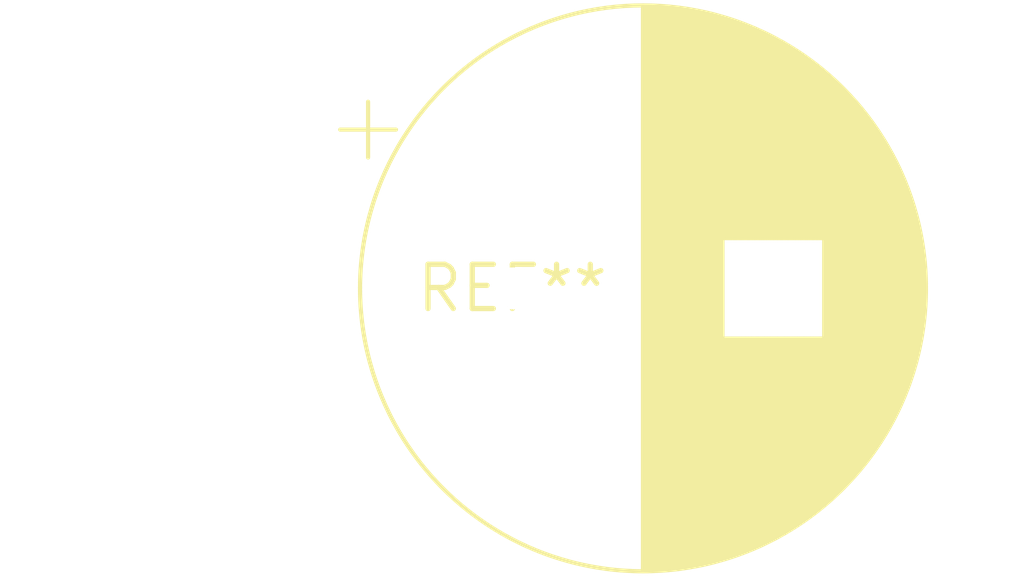
<source format=kicad_pcb>
(kicad_pcb (version 20240108) (generator pcbnew)
  (layers (0 "F.Cu" signal) (31 "B.Cu" signal) (34 "B.Paste" user) (35 "F.Paste" user) (36 "B.SilkS" user "B.Silkscreen") (37 "F.SilkS" user "F.Silkscreen") (38 "B.Mask" user) (39 "F.Mask" user) (44 "Edge.Cuts" user))
  (net 0 "")
  (footprint "CP_Radial_D16.0mm_P7.50mm" (layer "F.Cu") (at 0 0)
    (property "Reference" "REF**")
    (property "Value" "CP_Radial_D16.0mm_P7.50mm")
    (fp_line (start -4.939491 -4.555) (end -3.339491 -4.555) (layer "F.SilkS") (stroke (width 0.12)))
    (fp_line (start -4.139491 -5.355) (end -4.139491 -3.755) (layer "F.SilkS") (stroke (width 0.12)))
    (fp_line (start 3.75 -8.081) (end 3.75 8.081) (layer "F.SilkS") (stroke (width 0.12)))
    (fp_line (start 3.79 -8.08) (end 3.79 8.08) (layer "F.SilkS") (stroke (width 0.12)))
    (fp_line (start 3.83 -8.08) (end 3.83 8.08) (layer "F.SilkS") (stroke (width 0.12)))
    (fp_line (start 3.87 -8.08) (end 3.87 8.08) (layer "F.SilkS") (stroke (width 0.12)))
    (fp_line (start 3.91 -8.079) (end 3.91 8.079) (layer "F.SilkS") (stroke (width 0.12)))
    (fp_line (start 3.95 -8.078) (end 3.95 8.078) (layer "F.SilkS") (stroke (width 0.12)))
    (fp_line (start 3.99 -8.077) (end 3.99 8.077) (layer "F.SilkS") (stroke (width 0.12)))
    (fp_line (start 4.03 -8.076) (end 4.03 8.076) (layer "F.SilkS") (stroke (width 0.12)))
    (fp_line (start 4.07 -8.074) (end 4.07 8.074) (layer "F.SilkS") (stroke (width 0.12)))
    (fp_line (start 4.11 -8.073) (end 4.11 8.073) (layer "F.SilkS") (stroke (width 0.12)))
    (fp_line (start 4.15 -8.071) (end 4.15 8.071) (layer "F.SilkS") (stroke (width 0.12)))
    (fp_line (start 4.19 -8.069) (end 4.19 8.069) (layer "F.SilkS") (stroke (width 0.12)))
    (fp_line (start 4.23 -8.066) (end 4.23 8.066) (layer "F.SilkS") (stroke (width 0.12)))
    (fp_line (start 4.27 -8.064) (end 4.27 8.064) (layer "F.SilkS") (stroke (width 0.12)))
    (fp_line (start 4.31 -8.061) (end 4.31 8.061) (layer "F.SilkS") (stroke (width 0.12)))
    (fp_line (start 4.35 -8.058) (end 4.35 8.058) (layer "F.SilkS") (stroke (width 0.12)))
    (fp_line (start 4.39 -8.055) (end 4.39 8.055) (layer "F.SilkS") (stroke (width 0.12)))
    (fp_line (start 4.43 -8.052) (end 4.43 8.052) (layer "F.SilkS") (stroke (width 0.12)))
    (fp_line (start 4.471 -8.049) (end 4.471 8.049) (layer "F.SilkS") (stroke (width 0.12)))
    (fp_line (start 4.511 -8.045) (end 4.511 8.045) (layer "F.SilkS") (stroke (width 0.12)))
    (fp_line (start 4.551 -8.041) (end 4.551 8.041) (layer "F.SilkS") (stroke (width 0.12)))
    (fp_line (start 4.591 -8.037) (end 4.591 8.037) (layer "F.SilkS") (stroke (width 0.12)))
    (fp_line (start 4.631 -8.033) (end 4.631 8.033) (layer "F.SilkS") (stroke (width 0.12)))
    (fp_line (start 4.671 -8.028) (end 4.671 8.028) (layer "F.SilkS") (stroke (width 0.12)))
    (fp_line (start 4.711 -8.024) (end 4.711 8.024) (layer "F.SilkS") (stroke (width 0.12)))
    (fp_line (start 4.751 -8.019) (end 4.751 8.019) (layer "F.SilkS") (stroke (width 0.12)))
    (fp_line (start 4.791 -8.014) (end 4.791 8.014) (layer "F.SilkS") (stroke (width 0.12)))
    (fp_line (start 4.831 -8.008) (end 4.831 8.008) (layer "F.SilkS") (stroke (width 0.12)))
    (fp_line (start 4.871 -8.003) (end 4.871 8.003) (layer "F.SilkS") (stroke (width 0.12)))
    (fp_line (start 4.911 -7.997) (end 4.911 7.997) (layer "F.SilkS") (stroke (width 0.12)))
    (fp_line (start 4.951 -7.991) (end 4.951 7.991) (layer "F.SilkS") (stroke (width 0.12)))
    (fp_line (start 4.991 -7.985) (end 4.991 7.985) (layer "F.SilkS") (stroke (width 0.12)))
    (fp_line (start 5.031 -7.979) (end 5.031 7.979) (layer "F.SilkS") (stroke (width 0.12)))
    (fp_line (start 5.071 -7.972) (end 5.071 7.972) (layer "F.SilkS") (stroke (width 0.12)))
    (fp_line (start 5.111 -7.966) (end 5.111 7.966) (layer "F.SilkS") (stroke (width 0.12)))
    (fp_line (start 5.151 -7.959) (end 5.151 7.959) (layer "F.SilkS") (stroke (width 0.12)))
    (fp_line (start 5.191 -7.952) (end 5.191 7.952) (layer "F.SilkS") (stroke (width 0.12)))
    (fp_line (start 5.231 -7.944) (end 5.231 7.944) (layer "F.SilkS") (stroke (width 0.12)))
    (fp_line (start 5.271 -7.937) (end 5.271 7.937) (layer "F.SilkS") (stroke (width 0.12)))
    (fp_line (start 5.311 -7.929) (end 5.311 7.929) (layer "F.SilkS") (stroke (width 0.12)))
    (fp_line (start 5.351 -7.921) (end 5.351 7.921) (layer "F.SilkS") (stroke (width 0.12)))
    (fp_line (start 5.391 -7.913) (end 5.391 7.913) (layer "F.SilkS") (stroke (width 0.12)))
    (fp_line (start 5.431 -7.905) (end 5.431 7.905) (layer "F.SilkS") (stroke (width 0.12)))
    (fp_line (start 5.471 -7.896) (end 5.471 7.896) (layer "F.SilkS") (stroke (width 0.12)))
    (fp_line (start 5.511 -7.887) (end 5.511 7.887) (layer "F.SilkS") (stroke (width 0.12)))
    (fp_line (start 5.551 -7.878) (end 5.551 7.878) (layer "F.SilkS") (stroke (width 0.12)))
    (fp_line (start 5.591 -7.869) (end 5.591 7.869) (layer "F.SilkS") (stroke (width 0.12)))
    (fp_line (start 5.631 -7.86) (end 5.631 7.86) (layer "F.SilkS") (stroke (width 0.12)))
    (fp_line (start 5.671 -7.85) (end 5.671 7.85) (layer "F.SilkS") (stroke (width 0.12)))
    (fp_line (start 5.711 -7.84) (end 5.711 7.84) (layer "F.SilkS") (stroke (width 0.12)))
    (fp_line (start 5.751 -7.83) (end 5.751 7.83) (layer "F.SilkS") (stroke (width 0.12)))
    (fp_line (start 5.791 -7.82) (end 5.791 7.82) (layer "F.SilkS") (stroke (width 0.12)))
    (fp_line (start 5.831 -7.81) (end 5.831 7.81) (layer "F.SilkS") (stroke (width 0.12)))
    (fp_line (start 5.871 -7.799) (end 5.871 7.799) (layer "F.SilkS") (stroke (width 0.12)))
    (fp_line (start 5.911 -7.788) (end 5.911 7.788) (layer "F.SilkS") (stroke (width 0.12)))
    (fp_line (start 5.951 -7.777) (end 5.951 7.777) (layer "F.SilkS") (stroke (width 0.12)))
    (fp_line (start 5.991 -7.765) (end 5.991 7.765) (layer "F.SilkS") (stroke (width 0.12)))
    (fp_line (start 6.031 -7.754) (end 6.031 7.754) (layer "F.SilkS") (stroke (width 0.12)))
    (fp_line (start 6.071 -7.742) (end 6.071 -1.44) (layer "F.SilkS") (stroke (width 0.12)))
    (fp_line (start 6.071 1.44) (end 6.071 7.742) (layer "F.SilkS") (stroke (width 0.12)))
    (fp_line (start 6.111 -7.73) (end 6.111 -1.44) (layer "F.SilkS") (stroke (width 0.12)))
    (fp_line (start 6.111 1.44) (end 6.111 7.73) (layer "F.SilkS") (stroke (width 0.12)))
    (fp_line (start 6.151 -7.718) (end 6.151 -1.44) (layer "F.SilkS") (stroke (width 0.12)))
    (fp_line (start 6.151 1.44) (end 6.151 7.718) (layer "F.SilkS") (stroke (width 0.12)))
    (fp_line (start 6.191 -7.705) (end 6.191 -1.44) (layer "F.SilkS") (stroke (width 0.12)))
    (fp_line (start 6.191 1.44) (end 6.191 7.705) (layer "F.SilkS") (stroke (width 0.12)))
    (fp_line (start 6.231 -7.693) (end 6.231 -1.44) (layer "F.SilkS") (stroke (width 0.12)))
    (fp_line (start 6.231 1.44) (end 6.231 7.693) (layer "F.SilkS") (stroke (width 0.12)))
    (fp_line (start 6.271 -7.68) (end 6.271 -1.44) (layer "F.SilkS") (stroke (width 0.12)))
    (fp_line (start 6.271 1.44) (end 6.271 7.68) (layer "F.SilkS") (stroke (width 0.12)))
    (fp_line (start 6.311 -7.666) (end 6.311 -1.44) (layer "F.SilkS") (stroke (width 0.12)))
    (fp_line (start 6.311 1.44) (end 6.311 7.666) (layer "F.SilkS") (stroke (width 0.12)))
    (fp_line (start 6.351 -7.653) (end 6.351 -1.44) (layer "F.SilkS") (stroke (width 0.12)))
    (fp_line (start 6.351 1.44) (end 6.351 7.653) (layer "F.SilkS") (stroke (width 0.12)))
    (fp_line (start 6.391 -7.639) (end 6.391 -1.44) (layer "F.SilkS") (stroke (width 0.12)))
    (fp_line (start 6.391 1.44) (end 6.391 7.639) (layer "F.SilkS") (stroke (width 0.12)))
    (fp_line (start 6.431 -7.625) (end 6.431 -1.44) (layer "F.SilkS") (stroke (width 0.12)))
    (fp_line (start 6.431 1.44) (end 6.431 7.625) (layer "F.SilkS") (stroke (width 0.12)))
    (fp_line (start 6.471 -7.611) (end 6.471 -1.44) (layer "F.SilkS") (stroke (width 0.12)))
    (fp_line (start 6.471 1.44) (end 6.471 7.611) (layer "F.SilkS") (stroke (width 0.12)))
    (fp_line (start 6.511 -7.597) (end 6.511 -1.44) (layer "F.SilkS") (stroke (width 0.12)))
    (fp_line (start 6.511 1.44) (end 6.511 7.597) (layer "F.SilkS") (stroke (width 0.12)))
    (fp_line (start 6.551 -7.582) (end 6.551 -1.44) (layer "F.SilkS") (stroke (width 0.12)))
    (fp_line (start 6.551 1.44) (end 6.551 7.582) (layer "F.SilkS") (stroke (width 0.12)))
    (fp_line (start 6.591 -7.568) (end 6.591 -1.44) (layer "F.SilkS") (stroke (width 0.12)))
    (fp_line (start 6.591 1.44) (end 6.591 7.568) (layer "F.SilkS") (stroke (width 0.12)))
    (fp_line (start 6.631 -7.553) (end 6.631 -1.44) (layer "F.SilkS") (stroke (width 0.12)))
    (fp_line (start 6.631 1.44) (end 6.631 7.553) (layer "F.SilkS") (stroke (width 0.12)))
    (fp_line (start 6.671 -7.537) (end 6.671 -1.44) (layer "F.SilkS") (stroke (width 0.12)))
    (fp_line (start 6.671 1.44) (end 6.671 7.537) (layer "F.SilkS") (stroke (width 0.12)))
    (fp_line (start 6.711 -7.522) (end 6.711 -1.44) (layer "F.SilkS") (stroke (width 0.12)))
    (fp_line (start 6.711 1.44) (end 6.711 7.522) (layer "F.SilkS") (stroke (width 0.12)))
    (fp_line (start 6.751 -7.506) (end 6.751 -1.44) (layer "F.SilkS") (stroke (width 0.12)))
    (fp_line (start 6.751 1.44) (end 6.751 7.506) (layer "F.SilkS") (stroke (width 0.12)))
    (fp_line (start 6.791 -7.49) (end 6.791 -1.44) (layer "F.SilkS") (stroke (width 0.12)))
    (fp_line (start 6.791 1.44) (end 6.791 7.49) (layer "F.SilkS") (stroke (width 0.12)))
    (fp_line (start 6.831 -7.474) (end 6.831 -1.44) (layer "F.SilkS") (stroke (width 0.12)))
    (fp_line (start 6.831 1.44) (end 6.831 7.474) (layer "F.SilkS") (stroke (width 0.12)))
    (fp_line (start 6.871 -7.457) (end 6.871 -1.44) (layer "F.SilkS") (stroke (width 0.12)))
    (fp_line (start 6.871 1.44) (end 6.871 7.457) (layer "F.SilkS") (stroke (width 0.12)))
    (fp_line (start 6.911 -7.44) (end 6.911 -1.44) (layer "F.SilkS") (stroke (width 0.12)))
    (fp_line (start 6.911 1.44) (end 6.911 7.44) (layer "F.SilkS") (stroke (width 0.12)))
    (fp_line (start 6.951 -7.423) (end 6.951 -1.44) (layer "F.SilkS") (stroke (width 0.12)))
    (fp_line (start 6.951 1.44) (end 6.951 7.423) (layer "F.SilkS") (stroke (width 0.12)))
    (fp_line (start 6.991 -7.406) (end 6.991 -1.44) (layer "F.SilkS") (stroke (width 0.12)))
    (fp_line (start 6.991 1.44) (end 6.991 7.406) (layer "F.SilkS") (stroke (width 0.12)))
    (fp_line (start 7.031 -7.389) (end 7.031 -1.44) (layer "F.SilkS") (stroke (width 0.12)))
    (fp_line (start 7.031 1.44) (end 7.031 7.389) (layer "F.SilkS") (stroke (width 0.12)))
    (fp_line (start 7.071 -7.371) (end 7.071 -1.44) (layer "F.SilkS") (stroke (width 0.12)))
    (fp_line (start 7.071 1.44) (end 7.071 7.371) (layer "F.SilkS") (stroke (width 0.12)))
    (fp_line (start 7.111 -7.353) (end 7.111 -1.44) (layer "F.SilkS") (stroke (width 0.12)))
    (fp_line (start 7.111 1.44) (end 7.111 7.353) (layer "F.SilkS") (stroke (width 0.12)))
    (fp_line (start 7.151 -7.334) (end 7.151 -1.44) (layer "F.SilkS") (stroke (width 0.12)))
    (fp_line (start 7.151 1.44) (end 7.151 7.334) (layer "F.SilkS") (stroke (width 0.12)))
    (fp_line (start 7.191 -7.316) (end 7.191 -1.44) (layer "F.SilkS") (stroke (width 0.12)))
    (fp_line (start 7.191 1.44) (end 7.191 7.316) (layer "F.SilkS") (stroke (width 0.12)))
    (fp_line (start 7.231 -7.297) (end 7.231 -1.44) (layer "F.SilkS") (stroke (width 0.12)))
    (fp_line (start 7.231 1.44) (end 7.231 7.297) (layer "F.SilkS") (stroke (width 0.12)))
    (fp_line (start 7.271 -7.278) (end 7.271 -1.44) (layer "F.SilkS") (stroke (width 0.12)))
    (fp_line (start 7.271 1.44) (end 7.271 7.278) (layer "F.SilkS") (stroke (width 0.12)))
    (fp_line (start 7.311 -7.258) (end 7.311 -1.44) (layer "F.SilkS") (stroke (width 0.12)))
    (fp_line (start 7.311 1.44) (end 7.311 7.258) (layer "F.SilkS") (stroke (width 0.12)))
    (fp_line (start 7.351 -7.239) (end 7.351 -1.44) (layer "F.SilkS") (stroke (width 0.12)))
    (fp_line (start 7.351 1.44) (end 7.351 7.239) (layer "F.SilkS") (stroke (width 0.12)))
    (fp_line (start 7.391 -7.219) (end 7.391 -1.44) (layer "F.SilkS") (stroke (width 0.12)))
    (fp_line (start 7.391 1.44) (end 7.391 7.219) (layer "F.SilkS") (stroke (width 0.12)))
    (fp_line (start 7.431 -7.199) (end 7.431 -1.44) (layer "F.SilkS") (stroke (width 0.12)))
    (fp_line (start 7.431 1.44) (end 7.431 7.199) (layer "F.SilkS") (stroke (width 0.12)))
    (fp_line (start 7.471 -7.178) (end 7.471 -1.44) (layer "F.SilkS") (stroke (width 0.12)))
    (fp_line (start 7.471 1.44) (end 7.471 7.178) (layer "F.SilkS") (stroke (width 0.12)))
    (fp_line (start 7.511 -7.157) (end 7.511 -1.44) (layer "F.SilkS") (stroke (width 0.12)))
    (fp_line (start 7.511 1.44) (end 7.511 7.157) (layer "F.SilkS") (stroke (width 0.12)))
    (fp_line (start 7.551 -7.136) (end 7.551 -1.44) (layer "F.SilkS") (stroke (width 0.12)))
    (fp_line (start 7.551 1.44) (end 7.551 7.136) (layer "F.SilkS") (stroke (width 0.12)))
    (fp_line (start 7.591 -7.115) (end 7.591 -1.44) (layer "F.SilkS") (stroke (width 0.12)))
    (fp_line (start 7.591 1.44) (end 7.591 7.115) (layer "F.SilkS") (stroke (width 0.12)))
    (fp_line (start 7.631 -7.094) (end 7.631 -1.44) (layer "F.SilkS") (stroke (width 0.12)))
    (fp_line (start 7.631 1.44) (end 7.631 7.094) (layer "F.SilkS") (stroke (width 0.12)))
    (fp_line (start 7.671 -7.072) (end 7.671 -1.44) (layer "F.SilkS") (stroke (width 0.12)))
    (fp_line (start 7.671 1.44) (end 7.671 7.072) (layer "F.SilkS") (stroke (width 0.12)))
    (fp_line (start 7.711 -7.049) (end 7.711 -1.44) (layer "F.SilkS") (stroke (width 0.12)))
    (fp_line (start 7.711 1.44) (end 7.711 7.049) (layer "F.SilkS") (stroke (width 0.12)))
    (fp_line (start 7.751 -7.027) (end 7.751 -1.44) (layer "F.SilkS") (stroke (width 0.12)))
    (fp_line (start 7.751 1.44) (end 7.751 7.027) (layer "F.SilkS") (stroke (width 0.12)))
    (fp_line (start 7.791 -7.004) (end 7.791 -1.44) (layer "F.SilkS") (stroke (width 0.12)))
    (fp_line (start 7.791 1.44) (end 7.791 7.004) (layer "F.SilkS") (stroke (width 0.12)))
    (fp_line (start 7.831 -6.981) (end 7.831 -1.44) (layer "F.SilkS") (stroke (width 0.12)))
    (fp_line (start 7.831 1.44) (end 7.831 6.981) (layer "F.SilkS") (stroke (width 0.12)))
    (fp_line (start 7.871 -6.958) (end 7.871 -1.44) (layer "F.SilkS") (stroke (width 0.12)))
    (fp_line (start 7.871 1.44) (end 7.871 6.958) (layer "F.SilkS") (stroke (width 0.12)))
    (fp_line (start 7.911 -6.934) (end 7.911 -1.44) (layer "F.SilkS") (stroke (width 0.12)))
    (fp_line (start 7.911 1.44) (end 7.911 6.934) (layer "F.SilkS") (stroke (width 0.12)))
    (fp_line (start 7.951 -6.91) (end 7.951 -1.44) (layer "F.SilkS") (stroke (width 0.12)))
    (fp_line (start 7.951 1.44) (end 7.951 6.91) (layer "F.SilkS") (stroke (width 0.12)))
    (fp_line (start 7.991 -6.886) (end 7.991 -1.44) (layer "F.SilkS") (stroke (width 0.12)))
    (fp_line (start 7.991 1.44) (end 7.991 6.886) (layer "F.SilkS") (stroke (width 0.12)))
    (fp_line (start 8.031 -6.861) (end 8.031 -1.44) (layer "F.SilkS") (stroke (width 0.12)))
    (fp_line (start 8.031 1.44) (end 8.031 6.861) (layer "F.SilkS") (stroke (width 0.12)))
    (fp_line (start 8.071 -6.836) (end 8.071 -1.44) (layer "F.SilkS") (stroke (width 0.12)))
    (fp_line (start 8.071 1.44) (end 8.071 6.836) (layer "F.SilkS") (stroke (width 0.12)))
    (fp_line (start 8.111 -6.811) (end 8.111 -1.44) (layer "F.SilkS") (stroke (width 0.12)))
    (fp_line (start 8.111 1.44) (end 8.111 6.811) (layer "F.SilkS") (stroke (width 0.12)))
    (fp_line (start 8.151 -6.785) (end 8.151 -1.44) (layer "F.SilkS") (stroke (width 0.12)))
    (fp_line (start 8.151 1.44) (end 8.151 6.785) (layer "F.SilkS") (stroke (width 0.12)))
    (fp_line (start 8.191 -6.759) (end 8.191 -1.44) (layer "F.SilkS") (stroke (width 0.12)))
    (fp_line (start 8.191 1.44) (end 8.191 6.759) (layer "F.SilkS") (stroke (width 0.12)))
    (fp_line (start 8.231 -6.733) (end 8.231 -1.44) (layer "F.SilkS") (stroke (width 0.12)))
    (fp_line (start 8.231 1.44) (end 8.231 6.733) (layer "F.SilkS") (stroke (width 0.12)))
    (fp_line (start 8.271 -6.706) (end 8.271 -1.44) (layer "F.SilkS") (stroke (width 0.12)))
    (fp_line (start 8.271 1.44) (end 8.271 6.706) (layer "F.SilkS") (stroke (width 0.12)))
    (fp_line (start 8.311 -6.679) (end 8.311 -1.44) (layer "F.SilkS") (stroke (width 0.12)))
    (fp_line (start 8.311 1.44) (end 8.311 6.679) (layer "F.SilkS") (stroke (width 0.12)))
    (fp_line (start 8.351 -6.652) (end 8.351 -1.44) (layer "F.SilkS") (stroke (width 0.12)))
    (fp_line (start 8.351 1.44) (end 8.351 6.652) (layer "F.SilkS") (stroke (width 0.12)))
    (fp_line (start 8.391 -6.624) (end 8.391 -1.44) (layer "F.SilkS") (stroke (width 0.12)))
    (fp_line (start 8.391 1.44) (end 8.391 6.624) (layer "F.SilkS") (stroke (width 0.12)))
    (fp_line (start 8.431 -6.596) (end 8.431 -1.44) (layer "F.SilkS") (stroke (width 0.12)))
    (fp_line (start 8.431 1.44) (end 8.431 6.596) (layer "F.SilkS") (stroke (width 0.12)))
    (fp_line (start 8.471 -6.568) (end 8.471 -1.44) (layer "F.SilkS") (stroke (width 0.12)))
    (fp_line (start 8.471 1.44) (end 8.471 6.568) (layer "F.SilkS") (stroke (width 0.12)))
    (fp_line (start 8.511 -6.539) (end 8.511 -1.44) (layer "F.SilkS") (stroke (width 0.12)))
    (fp_line (start 8.511 1.44) (end 8.511 6.539) (layer "F.SilkS") (stroke (width 0.12)))
    (fp_line (start 8.551 -6.51) (end 8.551 -1.44) (layer "F.SilkS") (stroke (width 0.12)))
    (fp_line (start 8.551 1.44) (end 8.551 6.51) (layer "F.SilkS") (stroke (width 0.12)))
    (fp_line (start 8.591 -6.48) (end 8.591 -1.44) (layer "F.SilkS") (stroke (width 0.12)))
    (fp_line (start 8.591 1.44) (end 8.591 6.48) (layer "F.SilkS") (stroke (width 0.12)))
    (fp_line (start 8.631 -6.45) (end 8.631 -1.44) (layer "F.SilkS") (stroke (width 0.12)))
    (fp_line (start 8.631 1.44) (end 8.631 6.45) (layer "F.SilkS") (stroke (width 0.12)))
    (fp_line (start 8.671 -6.42) (end 8.671 -1.44) (layer "F.SilkS") (stroke (width 0.12)))
    (fp_line (start 8.671 1.44) (end 8.671 6.42) (layer "F.SilkS") (stroke (width 0.12)))
    (fp_line (start 8.711 -6.39) (end 8.711 -1.44) (layer "F.SilkS") (stroke (width 0.12)))
    (fp_line (start 8.711 1.44) (end 8.711 6.39) (layer "F.SilkS") (stroke (width 0.12)))
    (fp_line (start 8.751 -6.358) (end 8.751 -1.44) (layer "F.SilkS") (stroke (width 0.12)))
    (fp_line (start 8.751 1.44) (end 8.751 6.358) (layer "F.SilkS") (stroke (width 0.12)))
    (fp_line (start 8.791 -6.327) (end 8.791 -1.44) (layer "F.SilkS") (stroke (width 0.12)))
    (fp_line (start 8.791 1.44) (end 8.791 6.327) (layer "F.SilkS") (stroke (width 0.12)))
    (fp_line (start 8.831 -6.295) (end 8.831 -1.44) (layer "F.SilkS") (stroke (width 0.12)))
    (fp_line (start 8.831 1.44) (end 8.831 6.295) (layer "F.SilkS") (stroke (width 0.12)))
    (fp_line (start 8.871 -6.263) (end 8.871 -1.44) (layer "F.SilkS") (stroke (width 0.12)))
    (fp_line (start 8.871 1.44) (end 8.871 6.263) (layer "F.SilkS") (stroke (width 0.12)))
    (fp_line (start 8.911 -6.23) (end 8.911 -1.44) (layer "F.SilkS") (stroke (width 0.12)))
    (fp_line (start 8.911 1.44) (end 8.911 6.23) (layer "F.SilkS") (stroke (width 0.12)))
    (fp_line (start 8.951 -6.197) (end 8.951 6.197) (layer "F.SilkS") (stroke (width 0.12)))
    (fp_line (start 8.991 -6.163) (end 8.991 6.163) (layer "F.SilkS") (stroke (width 0.12)))
    (fp_line (start 9.031 -6.129) (end 9.031 6.129) (layer "F.SilkS") (stroke (width 0.12)))
    (fp_line (start 9.071 -6.095) (end 9.071 6.095) (layer "F.SilkS") (stroke (width 0.12)))
    (fp_line (start 9.111 -6.06) (end 9.111 6.06) (layer "F.SilkS") (stroke (width 0.12)))
    (fp_line (start 9.151 -6.025) (end 9.151 6.025) (layer "F.SilkS") (stroke (width 0.12)))
    (fp_line (start 9.191 -5.989) (end 9.191 5.989) (layer "F.SilkS") (stroke (width 0.12)))
    (fp_line (start 9.231 -5.952) (end 9.231 5.952) (layer "F.SilkS") (stroke (width 0.12)))
    (fp_line (start 9.271 -5.916) (end 9.271 5.916) (layer "F.SilkS") (stroke (width 0.12)))
    (fp_line (start 9.311 -5.878) (end 9.311 5.878) (layer "F.SilkS") (stroke (width 0.12)))
    (fp_line (start 9.351 -5.84) (end 9.351 5.84) (layer "F.SilkS") (stroke (width 0.12)))
    (fp_line (start 9.391 -5.802) (end 9.391 5.802) (layer "F.SilkS") (stroke (width 0.12)))
    (fp_line (start 9.431 -5.763) (end 9.431 5.763) (layer "F.SilkS") (stroke (width 0.12)))
    (fp_line (start 9.471 -5.724) (end 9.471 5.724) (layer "F.SilkS") (stroke (width 0.12)))
    (fp_line (start 9.511 -5.684) (end 9.511 5.684) (layer "F.SilkS") (stroke (width 0.12)))
    (fp_line (start 9.551 -5.643) (end 9.551 5.643) (layer "F.SilkS") (stroke (width 0.12)))
    (fp_line (start 9.591 -5.602) (end 9.591 5.602) (layer "F.SilkS") (stroke (width 0.12)))
    (fp_line (start 9.631 -5.56) (end 9.631 5.56) (layer "F.SilkS") (stroke (width 0.12)))
    (fp_line (start 9.671 -5.518) (end 9.671 5.518) (layer "F.SilkS") (stroke (width 0.12)))
    (fp_line (start 9.711 -5.475) (end 9.711 5.475) (layer "F.SilkS") (stroke (width 0.12)))
    (fp_line (start 9.751 -5.432) (end 9.751 5.432) (layer "F.SilkS") (stroke (width 0.12)))
    (fp_line (start 9.791 -5.388) (end 9.791 5.388) (layer "F.SilkS") (stroke (width 0.12)))
    (fp_line (start 9.831 -5.343) (end 9.831 5.343) (layer "F.SilkS") (stroke (width 0.12)))
    (fp_line (start 9.871 -5.297) (end 9.871 5.297) (layer "F.SilkS") (stroke (width 0.12)))
    (fp_line (start 9.911 -5.251) (end 9.911 5.251) (layer "F.SilkS") (stroke (width 0.12)))
    (fp_line (start 9.951 -5.204) (end 9.951 5.204) (layer "F.SilkS") (stroke (width 0.12)))
    (fp_line (start 9.991 -5.156) (end 9.991 5.156) (layer "F.SilkS") (stroke (width 0.12)))
    (fp_line (start 10.031 -5.108) (end 10.031 5.108) (layer "F.SilkS") (stroke (width 0.12)))
    (fp_line (start 10.071 -5.059) (end 10.071 5.059) (layer "F.SilkS") (stroke (width 0.12)))
    (fp_line (start 10.111 -5.009) (end 10.111 5.009) (layer "F.SilkS") (stroke (width 0.12)))
    (fp_line (start 10.151 -4.958) (end 10.151 4.958) (layer "F.SilkS") (stroke (width 0.12)))
    (fp_line (start 10.191 -4.906) (end 10.191 4.906) (layer "F.SilkS") (stroke (width 0.12)))
    (fp_line (start 10.231 -4.854) (end 10.231 4.854) (layer "F.SilkS") (stroke (width 0.12)))
    (fp_line (start 10.271 -4.8) (end 10.271 4.8) (layer "F.SilkS") (stroke (width 0.12)))
    (fp_line (start 10.311 -4.746) (end 10.311 4.746) (layer "F.SilkS") (stroke (width 0.12)))
    (fp_line (start 10.351 -4.691) (end 10.351 4.691) (layer "F.SilkS") (stroke (width 0.12)))
    (fp_line (start 10.391 -4.634) (end 10.391 4.634) (layer "F.SilkS") (stroke (width 0.12)))
    (fp_line (start 10.431 -4.577) (end 10.431 4.577) (layer "F.SilkS") (stroke (width 0.12)))
    (fp_line (start 10.471 -4.519) (end 10.471 4.519) (layer "F.SilkS") (stroke (width 0.12)))
    (fp_line (start 10.511 -4.459) (end 10.511 4.459) (layer "F.SilkS") (stroke (width 0.12)))
    (fp_line (start 10.551 -4.398) (end 10.551 4.398) (layer "F.SilkS") (stroke (width 0.12)))
    (fp_line (start 10.591 -4.336) (end 10.591 4.336) (layer "F.SilkS") (stroke (width 0.12)))
    (fp_line (start 10.631 -4.273) (end 10.631 4.273) (layer "F.SilkS") (stroke (width 0.12)))
    (fp_line (start 10.671 -4.209) (end 10.671 4.209) (layer "F.SilkS") (stroke (width 0.12)))
    (fp_line (start 10.711 -4.143) (end 10.711 4.143) (layer "F.SilkS") (stroke (width 0.12)))
    (fp_line (start 10.751 -4.076) (end 10.751 4.076) (layer "F.SilkS") (stroke (width 0.12)))
    (fp_line (start 10.791 -4.007) (end 10.791 4.007) (layer "F.SilkS") (stroke (width 0.12)))
    (fp_line (start 10.831 -3.936) (end 10.831 3.936) (layer "F.SilkS") (stroke (width 0.12)))
    (fp_line (start 10.871 -3.864) (end 10.871 3.864) (layer "F.SilkS") (stroke (width 0.12)))
    (fp_line (start 10.911 -3.79) (end 10.911 3.79) (layer "F.SilkS") (stroke (width 0.12)))
    (fp_line (start 10.951 -3.715) (end 10.951 3.715) (layer "F.SilkS") (stroke (width 0.12)))
    (fp_line (start 10.991 -3.637) (end 10.991 3.637) (layer "F.SilkS") (stroke (width 0.12)))
    (fp_line (start 11.031 -3.557) (end 11.031 3.557) (layer "F.SilkS") (stroke (width 0.12)))
    (fp_line (start 11.071 -3.475) (end 11.071 3.475) (layer "F.SilkS") (stroke (width 0.12)))
    (fp_line (start 11.111 -3.39) (end 11.111 3.39) (layer "F.SilkS") (stroke (width 0.12)))
    (fp_line (start 11.151 -3.303) (end 11.151 3.303) (layer "F.SilkS") (stroke (width 0.12)))
    (fp_line (start 11.191 -3.213) (end 11.191 3.213) (layer "F.SilkS") (stroke (width 0.12)))
    (fp_line (start 11.231 -3.12) (end 11.231 3.12) (layer "F.SilkS") (stroke (width 0.12)))
    (fp_line (start 11.271 -3.024) (end 11.271 3.024) (layer "F.SilkS") (stroke (width 0.12)))
    (fp_line (start 11.311 -2.924) (end 11.311 2.924) (layer "F.SilkS") (stroke (width 0.12)))
    (fp_line (start 11.351 -2.82) (end 11.351 2.82) (layer "F.SilkS") (stroke (width 0.12)))
    (fp_line (start 11.391 -2.711) (end 11.391 2.711) (layer "F.SilkS") (stroke (width 0.12)))
    (fp_line (start 11.431 -2.597) (end 11.431 2.597) (layer "F.SilkS") (stroke (width 0.12)))
    (fp_line (start 11.471 -2.478) (end 11.471 2.478) (layer "F.SilkS") (stroke (width 0.12)))
    (fp_line (start 11.511 -2.351) (end 11.511 2.351) (layer "F.SilkS") (stroke (width 0.12)))
    (fp_line (start 11.551 -2.218) (end 11.551 2.218) (layer "F.SilkS") (stroke (width 0.12)))
    (fp_line (start 11.591 -2.074) (end 11.591 2.074) (layer "F.SilkS") (stroke (width 0.12)))
    (fp_line (start 11.631 -1.92) (end 11.631 1.92) (layer "F.SilkS") (stroke (width 0.12)))
    (fp_line (start 11.671 -1.752) (end 11.671 1.752) (layer "F.SilkS") (stroke (width 0.12)))
    (fp_line (start 11.711 -1.564) (end 11.711 1.564) (layer "F.SilkS") (stroke (width 0.12)))
    (fp_line (start 11.751 -1.351) (end 11.751 1.351) (layer "F.SilkS") (stroke (width 0.12)))
    (fp_line (start 11.791 -1.098) (end 11.791 1.098) (layer "F.SilkS") (stroke (width 0.12)))
    (fp_line (start 11.831 -0.765) (end 11.831 0.765) (layer "F.SilkS") (stroke (width 0.12)))
    (fp_circle (center 3.75 0) (end 11.87 0) (layer "F.SilkS") (stroke (width 0.12)) (fill none))
    (pad "1" thru_hole rect (at 0 0) (size 2.4 2.4) (drill 1.2) (layers *.Cu *.Mask) (remove_unused_layers))
    (pad "2" thru_hole circle (at 7.5 0) (size 2.4 2.4) (drill 1.2) (layers *.Cu *.Mask) (remove_unused_layers))
  )
)
</source>
